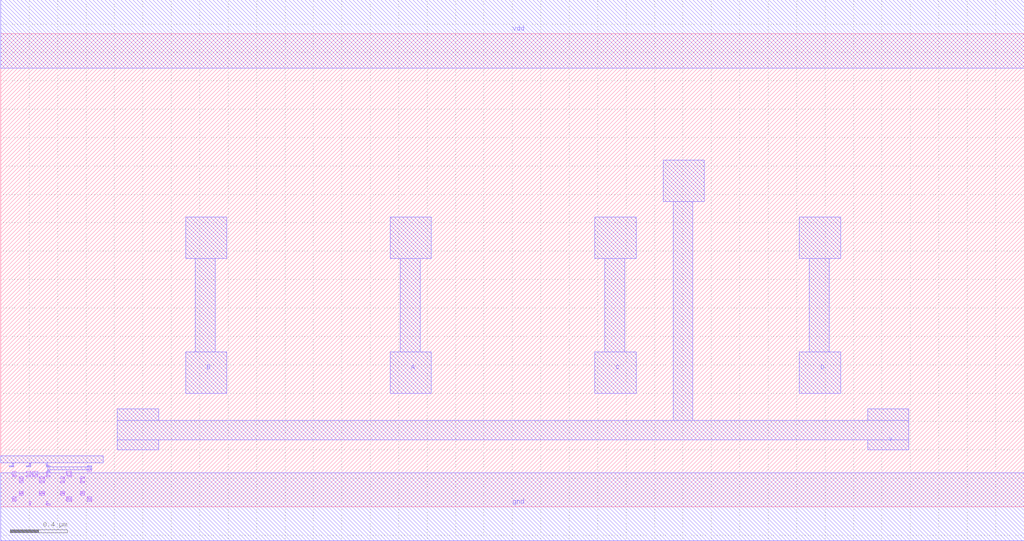
<source format=lef>
VERSION 5.7 ;
  NOWIREEXTENSIONATPIN ON ;
  DIVIDERCHAR "/" ;
  BUSBITCHARS "[]" ;
MACRO AOI22X1
  CLASS CORE ;
  FOREIGN AOI22X1 ;
  ORIGIN 0.000 0.000 ;
  SIZE 7.200 BY 3.330 ;
  SYMMETRY X Y R90 ;
  SITE unit ;
  PIN vdd
    DIRECTION INOUT ;
    USE POWER ;
    SHAPE ABUTMENT ;
    PORT
      LAYER met1 ;
        RECT 0.000 3.090 7.200 3.570 ;
    END
  END vdd
  PIN gnd
    DIRECTION INOUT ;
    USE GROUND ;
    SHAPE ABUTMENT ;
    PORT
      LAYER met1 ;
        RECT 0.000 0.310 0.720 0.360 ;
        RECT 0.080 0.290 0.090 0.310 ;
        RECT 0.200 0.290 0.210 0.310 ;
        RECT 0.060 0.280 0.090 0.290 ;
        RECT 0.180 0.280 0.210 0.290 ;
        RECT 0.320 0.290 0.330 0.310 ;
        RECT 0.320 0.280 0.350 0.290 ;
        RECT 0.610 0.280 0.640 0.290 ;
        RECT 0.330 0.260 0.620 0.280 ;
        RECT 0.630 0.260 0.640 0.280 ;
        RECT 0.330 0.240 0.340 0.260 ;
        RECT 0.000 -0.240 7.200 0.240 ;
    END
  END gnd
  PIN Y
    DIRECTION INOUT ;
    USE SIGNAL ;
    SHAPE ABUTMENT ;
    PORT
      LAYER met1 ;
        RECT 4.660 2.150 4.950 2.440 ;
        RECT 0.820 0.610 1.110 0.690 ;
        RECT 4.730 0.610 4.870 2.150 ;
        RECT 6.100 0.610 6.390 0.690 ;
        RECT 0.820 0.470 6.390 0.610 ;
        RECT 0.820 0.400 1.110 0.470 ;
        RECT 6.100 0.400 6.390 0.470 ;
    END
  END Y
  PIN B
    DIRECTION INOUT ;
    USE SIGNAL ;
    SHAPE ABUTMENT ;
    PORT
      LAYER met1 ;
        RECT 1.300 1.750 1.590 2.040 ;
        RECT 1.370 1.090 1.510 1.750 ;
        RECT 1.300 0.800 1.590 1.090 ;
    END
  END B
  PIN A
    DIRECTION INOUT ;
    USE SIGNAL ;
    SHAPE ABUTMENT ;
    PORT
      LAYER met1 ;
        RECT 2.740 1.750 3.030 2.040 ;
        RECT 2.810 1.090 2.950 1.750 ;
        RECT 2.740 0.800 3.030 1.090 ;
    END
  END A
  PIN C
    DIRECTION INOUT ;
    USE SIGNAL ;
    SHAPE ABUTMENT ;
    PORT
      LAYER met1 ;
        RECT 4.180 1.750 4.470 2.040 ;
        RECT 4.250 1.090 4.390 1.750 ;
        RECT 4.180 0.800 4.470 1.090 ;
    END
  END C
  PIN D
    DIRECTION INOUT ;
    USE SIGNAL ;
    SHAPE ABUTMENT ;
    PORT
      LAYER met1 ;
        RECT 5.620 1.750 5.910 2.040 ;
        RECT 5.690 1.090 5.830 1.750 ;
        RECT 5.620 0.800 5.910 1.090 ;
    END
  END D
  OBS
      LAYER li1 ;
        RECT 0.080 0.290 0.090 0.310 ;
        RECT 0.200 0.290 0.210 0.310 ;
        RECT 0.060 0.280 0.090 0.290 ;
        RECT 0.180 0.280 0.210 0.290 ;
        RECT 0.320 0.290 0.330 0.310 ;
        RECT 0.320 0.280 0.350 0.290 ;
        RECT 0.610 0.280 0.640 0.290 ;
        RECT 0.610 0.260 0.620 0.280 ;
        RECT 0.630 0.260 0.640 0.280 ;
        RECT 0.610 0.250 0.640 0.260 ;
        RECT 0.080 0.240 0.110 0.250 ;
        RECT 0.180 0.240 0.210 0.250 ;
        RECT 0.080 0.220 0.090 0.240 ;
        RECT 0.200 0.220 0.210 0.240 ;
        RECT 0.080 0.210 0.110 0.220 ;
        RECT 0.180 0.210 0.210 0.220 ;
        RECT 0.220 0.240 0.260 0.250 ;
        RECT 0.220 0.220 0.230 0.240 ;
        RECT 0.250 0.220 0.260 0.240 ;
        RECT 0.220 0.210 0.260 0.220 ;
        RECT 0.320 0.240 0.350 0.250 ;
        RECT 0.460 0.240 0.500 0.250 ;
        RECT 0.320 0.220 0.330 0.240 ;
        RECT 0.460 0.220 0.470 0.240 ;
        RECT 0.490 0.220 0.500 0.240 ;
        RECT 0.320 0.210 0.350 0.220 ;
        RECT 0.470 0.210 0.500 0.220 ;
        RECT 0.130 0.200 0.160 0.210 ;
        RECT 0.130 0.180 0.140 0.200 ;
        RECT 0.150 0.180 0.160 0.200 ;
        RECT 0.130 0.170 0.160 0.180 ;
        RECT 0.270 0.200 0.310 0.210 ;
        RECT 0.420 0.200 0.450 0.210 ;
        RECT 0.270 0.180 0.280 0.200 ;
        RECT 0.300 0.180 0.310 0.200 ;
        RECT 0.440 0.180 0.450 0.200 ;
        RECT 0.270 0.170 0.310 0.180 ;
        RECT 0.420 0.170 0.450 0.180 ;
        RECT 0.560 0.200 0.590 0.210 ;
        RECT 0.560 0.180 0.570 0.200 ;
        RECT 0.560 0.170 0.590 0.180 ;
        RECT 0.130 0.100 0.160 0.110 ;
        RECT 0.130 0.090 0.140 0.100 ;
        RECT 0.150 0.090 0.160 0.100 ;
        RECT 0.130 0.080 0.160 0.090 ;
        RECT 0.270 0.100 0.310 0.110 ;
        RECT 0.420 0.100 0.450 0.110 ;
        RECT 0.270 0.090 0.280 0.100 ;
        RECT 0.300 0.090 0.310 0.100 ;
        RECT 0.440 0.090 0.450 0.100 ;
        RECT 0.270 0.080 0.310 0.090 ;
        RECT 0.420 0.080 0.450 0.090 ;
        RECT 0.560 0.100 0.590 0.110 ;
        RECT 0.560 0.090 0.570 0.100 ;
        RECT 0.560 0.080 0.590 0.090 ;
        RECT 0.080 0.060 0.110 0.070 ;
        RECT 0.460 0.060 0.500 0.070 ;
        RECT 0.080 0.050 0.090 0.060 ;
        RECT 0.460 0.050 0.470 0.060 ;
        RECT 0.490 0.050 0.500 0.060 ;
        RECT 0.080 0.040 0.110 0.050 ;
        RECT 0.460 0.040 0.500 0.050 ;
        RECT 0.610 0.060 0.640 0.070 ;
        RECT 0.610 0.050 0.620 0.060 ;
        RECT 0.630 0.050 0.640 0.060 ;
        RECT 0.610 0.040 0.640 0.050 ;
        RECT 0.200 0.010 0.210 0.040 ;
        RECT 0.320 0.020 0.330 0.040 ;
        RECT 0.320 0.010 0.350 0.020 ;
  END
END AOI22X1
END LIBRARY


</source>
